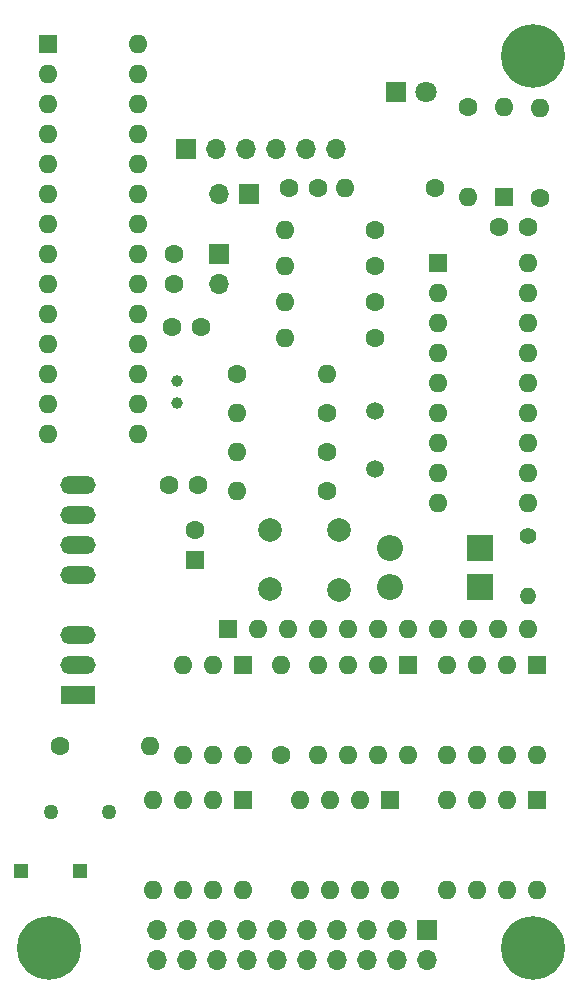
<source format=gbr>
G04 #@! TF.GenerationSoftware,KiCad,Pcbnew,8.0.2*
G04 #@! TF.CreationDate,2024-05-27T15:35:00-07:00*
G04 #@! TF.ProjectId,we755a_dtmf,77653735-3561-45f6-9474-6d662e6b6963,4*
G04 #@! TF.SameCoordinates,Original*
G04 #@! TF.FileFunction,Soldermask,Top*
G04 #@! TF.FilePolarity,Negative*
%FSLAX46Y46*%
G04 Gerber Fmt 4.6, Leading zero omitted, Abs format (unit mm)*
G04 Created by KiCad (PCBNEW 8.0.2) date 2024-05-27 15:35:00*
%MOMM*%
%LPD*%
G01*
G04 APERTURE LIST*
%ADD10R,1.600000X1.600000*%
%ADD11O,1.600000X1.600000*%
%ADD12C,1.600000*%
%ADD13R,1.270000X1.270000*%
%ADD14C,1.270000*%
%ADD15C,1.500000*%
%ADD16R,3.000000X1.500000*%
%ADD17O,3.000000X1.500000*%
%ADD18R,1.800000X1.800000*%
%ADD19C,1.800000*%
%ADD20C,1.000000*%
%ADD21C,2.000000*%
%ADD22R,1.700000X1.700000*%
%ADD23O,1.700000X1.700000*%
%ADD24C,1.400000*%
%ADD25O,1.400000X1.400000*%
%ADD26R,2.200000X2.200000*%
%ADD27O,2.200000X2.200000*%
%ADD28C,5.400000*%
G04 APERTURE END LIST*
D10*
X138261000Y-109069000D03*
D11*
X135721000Y-109069000D03*
X133181000Y-109069000D03*
X133181000Y-116689000D03*
X135721000Y-116689000D03*
X138261000Y-116689000D03*
D12*
X163407000Y-69572000D03*
D11*
X163407000Y-61952000D03*
D12*
X157311000Y-61825000D03*
D11*
X157311000Y-69445000D03*
D10*
X160359000Y-69445000D03*
D11*
X160359000Y-61825000D03*
D12*
X141436000Y-116689000D03*
D11*
X141436000Y-109069000D03*
D13*
X124416000Y-126536000D03*
D14*
X126916000Y-121486000D03*
D15*
X149437000Y-87569000D03*
X149437000Y-92449000D03*
D16*
X124291000Y-111609000D03*
D17*
X124291000Y-109069000D03*
X124291000Y-106529000D03*
X124291000Y-101449000D03*
X124291000Y-98909000D03*
X124291000Y-96369000D03*
X124291000Y-93829000D03*
D10*
X150707000Y-120499000D03*
D11*
X148167000Y-120499000D03*
X145627000Y-120499000D03*
X143087000Y-120499000D03*
X143087000Y-128119000D03*
X145627000Y-128119000D03*
X148167000Y-128119000D03*
X150707000Y-128119000D03*
D12*
X149437000Y-75287000D03*
D11*
X141817000Y-75287000D03*
D18*
X151215000Y-60555000D03*
D19*
X153755000Y-60555000D03*
D12*
X149437000Y-81383000D03*
D11*
X141817000Y-81383000D03*
D12*
X145373000Y-94337000D03*
D11*
X137753000Y-94337000D03*
D12*
X142091000Y-68683000D03*
X144591000Y-68683000D03*
D13*
X119463000Y-126536000D03*
D14*
X121963000Y-121486000D03*
D20*
X132673000Y-85005000D03*
X132673000Y-86905000D03*
D21*
X146389000Y-97679000D03*
X146389000Y-102679000D03*
D10*
X152221000Y-109069000D03*
D11*
X149681000Y-109069000D03*
X147141000Y-109069000D03*
X144601000Y-109069000D03*
X144601000Y-116689000D03*
X147141000Y-116689000D03*
X149681000Y-116689000D03*
X152221000Y-116689000D03*
D12*
X149437000Y-72239000D03*
D11*
X141817000Y-72239000D03*
D22*
X138769000Y-69191000D03*
D23*
X136229000Y-69191000D03*
D10*
X138251000Y-120499000D03*
D11*
X135711000Y-120499000D03*
X133171000Y-120499000D03*
X130631000Y-120499000D03*
X130631000Y-128119000D03*
X133171000Y-128119000D03*
X135711000Y-128119000D03*
X138251000Y-128119000D03*
D12*
X132185000Y-80494000D03*
X134685000Y-80494000D03*
D10*
X163153000Y-109069000D03*
D11*
X160613000Y-109069000D03*
X158073000Y-109069000D03*
X155533000Y-109069000D03*
X155533000Y-116689000D03*
X158073000Y-116689000D03*
X160613000Y-116689000D03*
X163153000Y-116689000D03*
D12*
X149437000Y-78335000D03*
D11*
X141817000Y-78335000D03*
D22*
X133435000Y-65381000D03*
D23*
X135975000Y-65381000D03*
X138515000Y-65381000D03*
X141055000Y-65381000D03*
X143595000Y-65381000D03*
X146135000Y-65381000D03*
D12*
X154517000Y-68683000D03*
D11*
X146897000Y-68683000D03*
D12*
X145373000Y-87733000D03*
D11*
X137753000Y-87733000D03*
D10*
X134197000Y-100139000D03*
D12*
X134197000Y-97639000D03*
D24*
X162391000Y-98147000D03*
D25*
X162391000Y-103227000D03*
D12*
X145373000Y-91035000D03*
D11*
X137753000Y-91035000D03*
D12*
X122767000Y-115927000D03*
D11*
X130387000Y-115927000D03*
D12*
X159871000Y-71985000D03*
X162371000Y-71985000D03*
D10*
X163153000Y-120499000D03*
D11*
X160613000Y-120499000D03*
X158073000Y-120499000D03*
X155533000Y-120499000D03*
X155533000Y-128119000D03*
X158073000Y-128119000D03*
X160613000Y-128119000D03*
X163153000Y-128119000D03*
D26*
X158327000Y-99163000D03*
D27*
X150707000Y-99163000D03*
D22*
X153772000Y-131507000D03*
D23*
X153772000Y-134047000D03*
X151232000Y-131507000D03*
X151232000Y-134047000D03*
X148692000Y-131507000D03*
X148692000Y-134047000D03*
X146152000Y-131507000D03*
X146152000Y-134047000D03*
X143612000Y-131507000D03*
X143612000Y-134047000D03*
X141072000Y-131507000D03*
X141072000Y-134047000D03*
X138532000Y-131507000D03*
X138532000Y-134047000D03*
X135992000Y-131507000D03*
X135992000Y-134047000D03*
X133452000Y-131507000D03*
X133452000Y-134047000D03*
X130912000Y-131507000D03*
X130912000Y-134047000D03*
D28*
X121772000Y-133047000D03*
X162772000Y-133047000D03*
X162772000Y-57507000D03*
D21*
X140547000Y-97639000D03*
X140547000Y-102639000D03*
D10*
X154771000Y-75033000D03*
D11*
X154771000Y-77573000D03*
X154771000Y-80113000D03*
X154771000Y-82653000D03*
X154771000Y-85193000D03*
X154771000Y-87733000D03*
X154771000Y-90273000D03*
X154771000Y-92813000D03*
X154771000Y-95353000D03*
X162391000Y-95353000D03*
X162391000Y-92813000D03*
X162391000Y-90273000D03*
X162391000Y-87733000D03*
X162391000Y-85193000D03*
X162391000Y-82653000D03*
X162391000Y-80113000D03*
X162391000Y-77573000D03*
X162391000Y-75033000D03*
D10*
X136991000Y-106021000D03*
D11*
X139531000Y-106021000D03*
X142071000Y-106021000D03*
X144611000Y-106021000D03*
X147151000Y-106021000D03*
X149691000Y-106021000D03*
X152231000Y-106021000D03*
X154771000Y-106021000D03*
X157311000Y-106021000D03*
X159851000Y-106021000D03*
X162391000Y-106021000D03*
D12*
X137753000Y-84431000D03*
D11*
X145373000Y-84431000D03*
D12*
X132419000Y-76791000D03*
X132419000Y-74291000D03*
D10*
X121751000Y-56491000D03*
D11*
X121751000Y-59031000D03*
X121751000Y-61571000D03*
X121751000Y-64111000D03*
X121751000Y-66651000D03*
X121751000Y-69191000D03*
X121751000Y-71731000D03*
X121751000Y-74271000D03*
X121751000Y-76811000D03*
X121751000Y-79351000D03*
X121751000Y-81891000D03*
X121751000Y-84431000D03*
X121751000Y-86971000D03*
X121751000Y-89511000D03*
X129371000Y-89511000D03*
X129371000Y-86971000D03*
X129371000Y-84431000D03*
X129371000Y-81891000D03*
X129371000Y-79351000D03*
X129371000Y-76811000D03*
X129371000Y-74271000D03*
X129371000Y-71731000D03*
X129371000Y-69191000D03*
X129371000Y-66651000D03*
X129371000Y-64111000D03*
X129371000Y-61571000D03*
X129371000Y-59031000D03*
X129371000Y-56491000D03*
D22*
X136229000Y-74266000D03*
D23*
X136229000Y-76806000D03*
D12*
X134431000Y-93829000D03*
X131931000Y-93829000D03*
D26*
X158327000Y-102465000D03*
D27*
X150707000Y-102465000D03*
M02*

</source>
